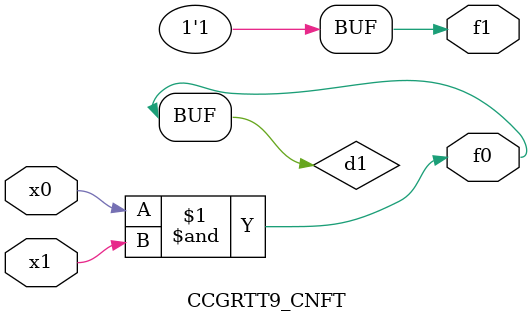
<source format=v>
module CCGRTT9_CNFT(
	input x0, x1,
	output f0, f1
);

	wire d1;

	assign f0 = d1;
	and (d1, x0, x1);
	assign f1 = 1'b1;
endmodule

</source>
